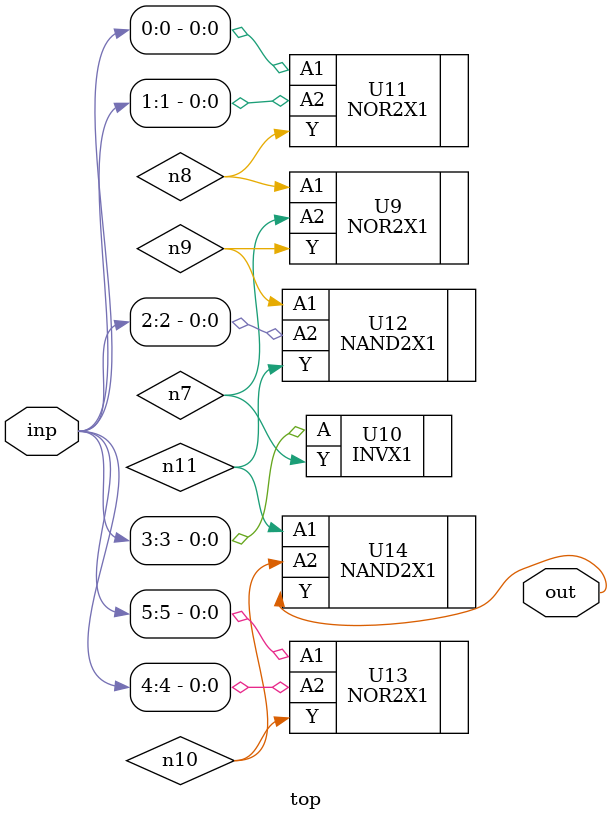
<source format=sv>


module top ( inp, out );
  input [5:0] inp;
  output out;
  wire   n7, n8, n9, n10, n11;

  NOR2X1 U9 ( .A1(n8), .A2(n7), .Y(n9) );
  INVX1 U10 ( .A(inp[3]), .Y(n7) );
  NOR2X1 U11 ( .A1(inp[0]), .A2(inp[1]), .Y(n8) );
  NAND2X1 U12 ( .A1(n9), .A2(inp[2]), .Y(n11) );
  NOR2X1 U13 ( .A1(inp[5]), .A2(inp[4]), .Y(n10) );
  NAND2X1 U14 ( .A1(n11), .A2(n10), .Y(out) );
endmodule


</source>
